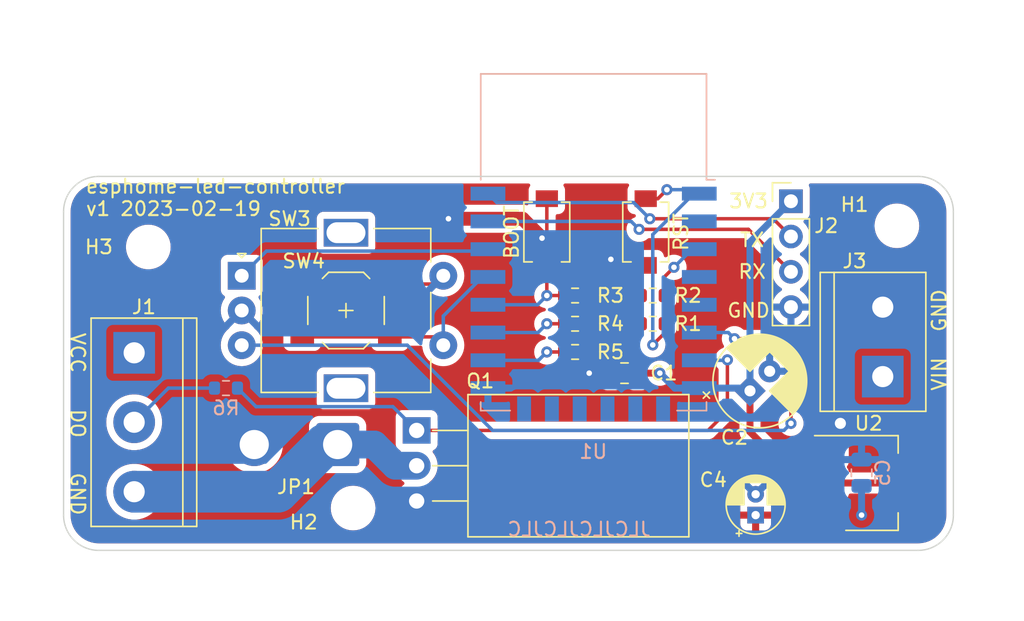
<source format=kicad_pcb>
(kicad_pcb (version 20221018) (generator pcbnew)
  (layers (0 "F.Cu" signal) (31 "B.Cu" signal) (34 "B.Paste" user) (35 "F.Paste" user) (36 "B.SilkS" user "B.Silkscreen") (37 "F.SilkS" user "F.Silkscreen") (38 "B.Mask" user) (39 "F.Mask" user) (44 "Edge.Cuts" user))
  (net 0 "")
  (net 1 "GND")
  (net 2 "+3.3V")
  (net 3 "VCC")
  (net 4 "Net-(J1-Pad2)")
  (net 5 "Net-(J1-Pad3)")
  (net 6 "/TXD")
  (net 7 "/RXD")
  (net 8 "/GPIO13")
  (net 9 "/RST")
  (net 10 "/EN")
  (net 11 "/GPIO0")
  (net 12 "/GPIO2")
  (net 13 "/GPIO15")
  (net 14 "/GPIO5")
  (net 15 "/GPIO12")
  (net 16 "/GPIO4")
  (footprint "Capacitor_SMD:C_0805_2012Metric" (layer "F.Cu") (at 163.796 108.144)
    (fp_text reference "C1" (at 2.828 0) (layer "F.SilkS"))
    (fp_text value "0.1μF")
    (fp_line (start -0.261252 -0.735) (end 0.261252 -0.735) (stroke (width 0.12)) (layer "F.SilkS"))
    (fp_line (start -0.261252 0.735) (end 0.261252 0.735) (stroke (width 0.12)) (layer "F.SilkS"))
    (pad "1" smd roundrect (at -0.95 0) (size 1 1.45) (layers "F.Cu" "F.Paste" "F.Mask") (net 1 "GND"))
    (pad "2" smd roundrect (at 0.95 0) (size 1 1.45) (layers "F.Cu" "F.Paste" "F.Mask") (net 2 "+3.3V"))
  )
  (footprint "MountingHole:MountingHole_2.2mm_M2" (layer "F.Cu") (at 144.272 117.856)
    (fp_text reference "H2" (at -3.556 1.016) (layer "F.SilkS"))
    (fp_text value "MountingHole")
    (pad "" np_thru_hole circle (at 0 0) (size 2.2 2.2) (drill 2.2) (layers "*.Cu" "*.Mask"))
  )
  (footprint "MountingHole:MountingHole_2.2mm_M2" (layer "F.Cu") (at 183.388 97.536)
    (fp_text reference "H1" (at -3.048 -1.524) (layer "F.SilkS"))
    (fp_text value "MountingHole")
    (pad "" np_thru_hole circle (at 0 0) (size 2.2 2.2) (drill 2.2) (layers "*.Cu" "*.Mask"))
  )
  (footprint "Resistor_SMD:R_0603_1608Metric" (layer "F.Cu") (at 160.24 104.588)
    (fp_text reference "R4" (at 2.54 0) (layer "F.SilkS"))
    (fp_text value "10K")
    (fp_line (start -0.237258 -0.5225) (end 0.237258 -0.5225) (stroke (width 0.12)) (layer "F.SilkS"))
    (fp_line (start -0.237258 0.5225) (end 0.237258 0.5225) (stroke (width 0.12)) (layer "F.SilkS"))
    (pad "1" smd roundrect (at -0.825 0) (size 0.8 0.95) (layers "F.Cu" "F.Paste" "F.Mask") (net 12 "/GPIO2"))
    (pad "2" smd roundrect (at 0.825 0) (size 0.8 0.95) (layers "F.Cu" "F.Paste" "F.Mask") (net 2 "+3.3V"))
  )
  (footprint "Capacitor_THT:CP_Radial_D4.0mm_P1.50mm" (layer "F.Cu") (at 173.228 118.364 90)
    (fp_text reference "C4" (at 2.54 -3.048 180) (layer "F.SilkS"))
    (fp_text value "10μF")
    (fp_line (start -1.519801 -1.195) (end -1.119801 -1.195) (stroke (width 0.12)) (layer "F.SilkS"))
    (fp_line (start -1.319801 -1.395) (end -1.319801 -0.995) (stroke (width 0.12)) (layer "F.SilkS"))
    (fp_line (start 0.75 -2.08) (end 0.75 -0.84) (stroke (width 0.12)) (layer "F.SilkS"))
    (fp_line (start 0.75 0.84) (end 0.75 2.08) (stroke (width 0.12)) (layer "F.SilkS"))
    (fp_line (start 0.79 -2.08) (end 0.79 -0.84) (stroke (width 0.12)) (layer "F.SilkS"))
    (fp_line (start 0.79 0.84) (end 0.79 2.08) (stroke (width 0.12)) (layer "F.SilkS"))
    (fp_line (start 0.83 -2.079) (end 0.83 -0.84) (stroke (width 0.12)) (layer "F.SilkS"))
    (fp_line (start 0.83 0.84) (end 0.83 2.079) (stroke (width 0.12)) (layer "F.SilkS"))
    (fp_line (start 0.87 -2.077) (end 0.87 -0.84) (stroke (width 0.12)) (layer "F.SilkS"))
    (fp_line (start 0.87 0.84) (end 0.87 2.077) (stroke (width 0.12)) (layer "F.SilkS"))
    (fp_line (start 0.91 -2.074) (end 0.91 -0.84) (stroke (width 0.12)) (layer "F.SilkS"))
    (fp_line (start 0.91 0.84) (end 0.91 2.074) (stroke (width 0.12)) (layer "F.SilkS"))
    (fp_line (start 0.95 -2.071) (end 0.95 -0.84) (stroke (width 0.12)) (layer "F.SilkS"))
    (fp_line (start 0.95 0.84) (end 0.95 2.071) (stroke (width 0.12)) (layer "F.SilkS"))
    (fp_line (start 0.99 -2.067) (end 0.99 -0.84) (stroke (width 0.12)) (layer "F.SilkS"))
    (fp_line (start 0.99 0.84) (end 0.99 2.067) (stroke (width 0.12)) (layer "F.SilkS"))
    (fp_line (start 1.03 -2.062) (end 1.03 -0.84) (stroke (width 0.12)) (layer "F.SilkS"))
    (fp_line (start 1.03 0.84) (end 1.03 2.062) (stroke (width 0.12)) (layer "F.SilkS"))
    (fp_line (start 1.07 -2.056) (end 1.07 -0.84) (stroke (width 0.12)) (layer "F.SilkS"))
    (fp_line (start 1.07 0.84) (end 1.07 2.056) (stroke (width 0.12)) (layer "F.SilkS"))
    (fp_line (start 1.11 -2.05) (end 1.11 -0.84) (stroke (width 0.12)) (layer "F.SilkS"))
    (fp_line (start 1.11 0.84) (end 1.11 2.05) (stroke (width 0.12)) (layer "F.SilkS"))
    (fp_line (start 1.15 -2.042) (end 1.15 -0.84) (stroke (width 0.12)) (layer "F.SilkS"))
    (fp_line (start 1.15 0.84) (end 1.15 2.042) (stroke (width 0.12)) (layer "F.SilkS"))
    (fp_line (start 1.19 -2.034) (end 1.19 -0.84) (stroke (width 0.12)) (layer "F.SilkS"))
    (fp_line (start 1.19 0.84) (end 1.19 2.034) (stroke (width 0.12)) (layer "F.SilkS"))
    (fp_line (start 1.23 -2.025) (end 1.23 -0.84) (stroke (width 0.12)) (layer "F.SilkS"))
    (fp_line (start 1.23 0.84) (end 1.23 2.025) (stroke (width 0.12)) (layer "F.SilkS"))
    (fp_line (start 1.27 -2.016) (end 1.27 -0.84) (stroke (width 0.12)) (layer "F.SilkS"))
    (fp_line (start 1.27 0.84) (end 1.27 2.016) (stroke (width 0.12)) (layer "F.SilkS"))
    (fp_line (start 1.31 -2.005) (end 1.31 -0.84) (stroke (width 0.12)) (layer "F.SilkS"))
    (fp_line (start 1.31 0.84) (end 1.31 2.005) (stroke (width 0.12)) (layer "F.SilkS"))
    (fp_line (start 1.35 -1.994) (end 1.35 -0.84) (stroke (width 0.12)) (layer "F.SilkS"))
    (fp_line (start 1.35 0.84) (end 1.35 1.994) (stroke (width 0.12)) (layer "F.SilkS"))
    (fp_line (start 1.39 -1.982) (end 1.39 -0.84) (stroke (width 0.12)) (layer "F.SilkS"))
    (fp_line (start 1.39 0.84) (end 1.39 1.982) (stroke (width 0.12)) (layer "F.SilkS"))
    (fp_line (start 1.43 -1.968) (end 1.43 -0.84) (stroke (width 0.12)) (layer "F.SilkS"))
    (fp_line (start 1.43 0.84) (end 1.43 1.968) (stroke (width 0.12)) (layer "F.SilkS"))
    (fp_line (start 1.471 -1.954) (end 1.471 -0.84) (stroke (width 0.12)) (layer "F.SilkS"))
    (fp_line (start 1.471 0.84) (end 1.471 1.954) (stroke (width 0.12)) (layer "F.SilkS"))
    (fp_line (start 1.511 -1.94) (end 1.511 -0.84) (stroke (width 0.12)) (layer "F.SilkS"))
    (fp_line (start 1.511 0.84) (end 1.511 1.94) (stroke (width 0.12)) (layer "F.SilkS"))
    (fp_line (start 1.551 -1.924) (end 1.551 -0.84) (stroke (width 0.12)) (layer "F.SilkS"))
    (fp_line (start 1.551 0.84) (end 1.551 1.924) (stroke (width 0.12)) (layer "F.SilkS"))
    (fp_line (start 1.591 -1.907) (end 1.591 -0.84) (stroke (width 0.12)) (layer "F.SilkS"))
    (fp_line (start 1.591 0.84) (end 1.591 1.907) (stroke (width 0.12)) (layer "F.SilkS"))
    (fp_line (start 1.631 -1.889) (end 1.631 -0.84) (stroke (width 0.12)) (layer "F.SilkS"))
    (fp_line (start 1.631 0.84) (end 1.631 1.889) (stroke (width 0.12)) (layer "F.SilkS"))
    (fp_line (start 1.671 -1.87) (end 1.671 -0.84) (stroke (width 0.12)) (layer "F.SilkS"))
    (fp_line (start 1.671 0.84) (end 1.671 1.87) (stroke (width 0.12)) (layer "F.SilkS"))
    (fp_line (start 1.711 -1.851) (end 1.711 -0.84) (stroke (width 0.12)) (layer "F.SilkS"))
    (fp_line (start 1.711 0.84) (end 1.711 1.851) (stroke (width 0.12)) (layer "F.SilkS"))
    (fp_line (start 1.751 -1.83) (end 1.751 -0.84) (stroke (width 0.12)) (layer "F.SilkS"))
    (fp_line (start 1.751 0.84) (end 1.751 1.83) (stroke (width 0.12)) (layer "F.SilkS"))
    (fp_line (start 1.791 -1.808) (end 1.791 -0.84) (stroke (width 0.12)) (layer "F.SilkS"))
    (fp_line (start 1.791 0.84) (end 1.791 1.808) (stroke (width 0.12)) (layer "F.SilkS"))
    (fp_line (start 1.831 -1.785) (end 1.831 -0.84) (stroke (width 0.12)) (layer "F.SilkS"))
    (fp_line (start 1.831 0.84) (end 1.831 1.785) (stroke (width 0.12)) (layer "F.SilkS"))
    (fp_line (start 1.871 -1.76) (end 1.871 -0.84) (stroke (width 0.12)) (layer "F.SilkS"))
    (fp_line (start 1.871 0.84) (end 1.871 1.76) (stroke (width 0.12)) (layer "F.SilkS"))
    (fp_line (start 1.911 -1.735) (end 1.911 -0.84) (stroke (width 0.12)) (layer "F.SilkS"))
    (fp_line (start 1.911 0.84) (end 1.911 1.735) (stroke (width 0.12)) (layer "F.SilkS"))
    (fp_line (start 1.951 -1.708) (end 1.951 -0.84) (stroke (width 0.12)) (layer "F.SilkS"))
    (fp_line (start 1.951 0.84) (end 1.951 1.708) (stroke (width 0.12)) (layer "F.SilkS"))
    (fp_line (start 1.991 -1.68) (end 1.991 -0.84) (stroke (width 0.12)) (layer "F.SilkS"))
    (fp_line (start 1.991 0.84) (end 1.991 1.68) (stroke (width 0.12)) (layer "F.SilkS"))
    (fp_line (start 2.031 -1.65) (end 2.031 -0.84) (stroke (width 0.12)) (layer "F.SilkS"))
    (fp_line (start 2.031 0.84) (end 2.031 1.65) (stroke (width 0.12)) (layer "F.SilkS"))
    (fp_line (start 2.071 -1.619) (end 2.071 -0.84) (stroke (width 0.12)) (layer "F.SilkS"))
    (fp_line (start 2.071 0.84) (end 2.071 1.619) (stroke (width 0.12)) (layer "F.SilkS"))
    (fp_line (start 2.111 -1.587) (end 2.111 -0.84) (stroke (width 0.12)) (layer "F.SilkS"))
    (fp_line (start 2.111 0.84) (end 2.111 1.587) (stroke (width 0.12)) (layer "F.SilkS"))
    (fp_line (start 2.151 -1.552) (end 2.151 -0.84) (stroke (width 0.12)) (layer "F.SilkS"))
    (fp_line (start 2.151 0.84) (end 2.151 1.552) (stroke (width 0.12)) (layer "F.SilkS"))
    (fp_line (start 2.191 -1.516) (end 2.191 -0.84) (stroke (width 0.12)) (layer "F.SilkS"))
    (fp_line (start 2.191 0.84) (end 2.191 1.516) (stroke (width 0.12)) (layer "F.SilkS"))
    (fp_line (start 2.231 -1.478) (end 2.231 -0.84) (stroke (width 0.12)) (layer "F.SilkS"))
    (fp_line (start 2.231 0.84) (end 2.231 1.478) (stroke (width 0.12)) (layer "F.SilkS"))
    (fp_line (start 2.271 -1.438) (end 2.271 -0.84) (stroke (width 0.12)) (layer "F.SilkS"))
    (fp_line (start 2.271 0.84) (end 2.271 1.438) (stroke (width 0.12)) (layer "F.SilkS"))
    (fp_line (start 2.311 -1.396) (end 2.311 -0.84) (stroke (width 0.12)) (layer "F.SilkS"))
    (fp_line (start 2.311 0.84) (end 2.311 1.396) (stroke (width 0.12)) (layer "F.SilkS"))
    (fp_line (start 2.351 -1.351) (end 2.351 1.351) (stroke (width 0.12)) (layer "F.SilkS"))
    (fp_line (start 2.391 -1.304) (end 2.391 1.304) (stroke (width 0.12)) (layer "F.SilkS"))
    (fp_line (start 2.431 -1.254) (end 2.431 1.254) (stroke (width 0.12)) (layer "F.SilkS"))
    (fp_line (start 2.471 -1.2) (end 2.471 1.2) (stroke (width 0.12)) (layer "F.SilkS"))
    (fp_line (start 2.511 -1.142) (end 2.511 1.142) (stroke (width 0.12)) (layer "F.SilkS"))
    (fp_line (start 2.551 -1.08) (end 2.551 1.08) (stroke (width 0.12)) (layer "F.SilkS"))
    (fp_line (start 2.591 -1.013) (end 2.591 1.013) (stroke (width 0.12)) (layer "F.SilkS"))
    (fp_line (start 2.631 -0.94) (end 2.631 0.94) (stroke (width 0.12)) (layer "F.SilkS"))
    (fp_line (start 2.671 -0.859) (end 2.671 0.859) (stroke (width 0.12)) (layer "F.SilkS"))
    (fp_line (start 2.711 -0.768) (end 2.711 0.768) (stroke (width 0.12)) (layer "F.SilkS"))
    (fp_line (start 2.751 -0.664) (end 2.751 0.664) (stroke (width 0.12)) (layer "F.SilkS"))
    (fp_line (start 2.791 -0.537) (end 2.791 0.537) (stroke (width 0.12)) (layer "F.SilkS"))
    (fp_line (start 2.831 -0.37) (end 2.831 0.37) (stroke (width 0.12)) (layer "F.SilkS"))
    (fp_circle (center 0.75 0) (end 2.87 0) (stroke (width 0.12)) (fill none) (layer "F.SilkS"))
    (pad "1" thru_hole rect (at 0 0 90) (size 1.2 1.2) (drill 0.6) (layers "*.Cu" "*.Mask") (net 3 "VCC"))
    (pad "2" thru_hole circle (at 1.5 0 90) (size 1.2 1.2) (drill 0.6) (layers "*.Cu" "*.Mask") (net 1 "GND"))
  )
  (footprint "Package_TO_SOT_THT:TO-220-3_Horizontal_TabDown" (layer "F.Cu") (at 148.844 112.268 -90)
    (fp_text reference "Q1" (at -3.556 -4.572 180) (layer "F.SilkS"))
    (fp_text value "IRLZ44N")
    (fp_line (start -2.58 -19.58) (end -2.58 -3.69) (stroke (width 0.12)) (layer "F.SilkS"))
    (fp_line (start -2.58 -19.58) (end 7.66 -19.58) (stroke (width 0.12)) (layer "F.SilkS"))
    (fp_line (start -2.58 -3.69) (end 7.66 -3.69) (stroke (width 0.12)) (layer "F.SilkS"))
    (fp_line (start 0 -3.69) (end 0 -1.15) (stroke (width 0.12)) (layer "F.SilkS"))
    (fp_line (start 2.54 -3.69) (end 2.54 -1.15) (stroke (width 0.12)) (layer "F.SilkS"))
    (fp_line (start 5.08 -3.69) (end 5.08 -1.15) (stroke (width 0.12)) (layer "F.SilkS"))
    (fp_line (start 7.66 -19.58) (end 7.66 -3.69) (stroke (width 0.12)) (layer "F.SilkS"))
    (pad "1" thru_hole rect (at 0 0 270) (size 1.905 2) (drill 1.1) (layers "*.Cu" "*.Mask") (net 8 "/GPIO13"))
    (pad "2" thru_hole oval (at 2.54 0 270) (size 1.905 2) (drill 1.1) (layers "*.Cu" "*.Mask") (net 5 "Net-(J1-Pad3)"))
    (pad "3" thru_hole oval (at 5.08 0 270) (size 1.905 2) (drill 1.1) (layers "*.Cu" "*.Mask") (net 1 "GND"))
  )
  (footprint "Resistor_SMD:R_0603_1608Metric" (layer "F.Cu") (at 160.24 102.556)
    (fp_text reference "R3" (at 2.54 0) (layer "F.SilkS"))
    (fp_text value "10K")
    (fp_line (start -0.237258 -0.5225) (end 0.237258 -0.5225) (stroke (width 0.12)) (layer "F.SilkS"))
    (fp_line (start -0.237258 0.5225) (end 0.237258 0.5225) (stroke (width 0.12)) (layer "F.SilkS"))
    (pad "1" smd roundrect (at -0.825 0) (size 0.8 0.95) (layers "F.Cu" "F.Paste" "F.Mask") (net 11 "/GPIO0"))
    (pad "2" smd roundrect (at 0.825 0) (size 0.8 0.95) (layers "F.Cu" "F.Paste" "F.Mask") (net 2 "+3.3V"))
  )
  (footprint "MountingHole:MountingHole_2.2mm_M2" (layer "F.Cu") (at 129.54 99.06)
    (fp_text reference "H3" (at -3.556 0) (layer "F.SilkS"))
    (fp_text value "MountingHole")
    (pad "" np_thru_hole circle (at 0 0) (size 2.2 2.2) (drill 2.2) (layers "*.Cu" "*.Mask"))
  )
  (footprint "Rotary_Encoder:RotaryEncoder_Alps_EC11E-Switch_Vertical_H20mm" (layer "F.Cu") (at 136.26 101.132)
    (fp_text reference "SW3" (at 3.44 -4.104) (layer "F.SilkS"))
    (fp_text value "RotaryEncoder_Switch")
    (fp_line (start -0.3 -1.6) (end 0.3 -1.6) (stroke (width 0.12)) (layer "F.SilkS"))
    (fp_line (start 0 -1.3) (end -0.3 -1.6) (stroke (width 0.12)) (layer "F.SilkS"))
    (fp_line (start 0.3 -1.6) (end 0 -1.3) (stroke (width 0.12)) (layer "F.SilkS"))
    (fp_line (start 1.4 -3.4) (end 1.4 8.4) (stroke (width 0.12)) (layer "F.SilkS"))
    (fp_line (start 5.5 -3.4) (end 1.4 -3.4) (stroke (width 0.12)) (layer "F.SilkS"))
    (fp_line (start 5.5 8.4) (end 1.4 8.4) (stroke (width 0.12)) (layer "F.SilkS"))
    (fp_line (start 7 2.5) (end 8 2.5) (stroke (width 0.12)) (layer "F.SilkS"))
    (fp_line (start 7.5 2) (end 7.5 3) (stroke (width 0.12)) (layer "F.SilkS"))
    (fp_line (start 9.5 -3.4) (end 13.6 -3.4) (stroke (width 0.12)) (layer "F.SilkS"))
    (fp_line (start 13.6 -3.4) (end 13.6 -1) (stroke (width 0.12)) (layer "F.SilkS"))
    (fp_line (start 13.6 1.2) (end 13.6 3.8) (stroke (width 0.12)) (layer "F.SilkS"))
    (fp_line (start 13.6 6) (end 13.6 8.4) (stroke (width 0.12)) (layer "F.SilkS"))
    (fp_line (start 13.6 8.4) (end 9.5 8.4) (stroke (width 0.12)) (layer "F.SilkS"))
    (pad "A" thru_hole rect (at 0 0) (size 2 2) (drill 1) (layers "*.Cu" "*.Mask") (net 14 "/GPIO5"))
    (pad "B" thru_hole circle (at 0 5) (size 2 2) (drill 1) (layers "*.Cu" "*.Mask") (net 15 "/GPIO12"))
    (pad "C" thru_hole circle (at 0 2.5) (size 2 2) (drill 1) (layers "*.Cu" "*.Mask") (net 1 "GND"))
    (pad "MP" thru_hole rect (at 7.5 -3.1) (size 3.2 2) (drill oval 2.8 1.5) (layers "*.Cu" "*.Mask"))
    (pad "MP" thru_hole rect (at 7.5 8.1) (size 3.2 2) (drill oval 2.8 1.5) (layers "*.Cu" "*.Mask"))
    (pad "S1" thru_hole circle (at 14.5 5) (size 2 2) (drill 1) (layers "*.Cu" "*.Mask") (net 16 "/GPIO4"))
    (pad "S2" thru_hole circle (at 14.5 0) (size 2 2) (drill 1) (layers "*.Cu" "*.Mask") (net 1 "GND"))
  )
  (footprint "!Custom:SW_PTS820" (layer "F.Cu") (at 158.208 97.984 -90)
    (fp_text reference "SW1")
    (fp_text value "BOOT" (at 0 2.54 90) (layer "F.SilkS"))
    (fp_line (start -2.15 -1.65) (end -2.15 -1.05) (stroke (width 0.12)) (layer "F.SilkS"))
    (fp_line (start -2.15 1.05) (end -2.15 1.65) (stroke (width 0.12)) (layer "F.SilkS"))
    (fp_line (start -2.15 1.65) (end 2.15 1.65) (stroke (width 0.12)) (layer "F.SilkS"))
    (fp_line (start 2.15 -1.65) (end -2.15 -1.65) (stroke (width 0.12)) (layer "F.SilkS"))
    (fp_line (start 2.15 -1.05) (end 2.15 -1.65) (stroke (width 0.12)) (layer "F.SilkS"))
    (fp_line (start 2.15 1.65) (end 2.15 1.05) (stroke (width 0.12)) (layer "F.SilkS"))
    (pad "1" smd rect (at -2.4 0 270) (size 1.2 1.6) (layers "F.Cu" "F.Paste" "F.Mask") (net 1 "GND"))
    (pad "2" smd rect (at 2.4 0 270) (size 1.2 1.6) (layers "F.Cu" "F.Paste" "F.Mask") (net 11 "/GPIO0"))
  )
  (footprint "Resistor_SMD:R_0603_1608Metric" (layer "F.Cu") (at 165.828 102.556 180)
    (fp_text reference "R2" (at -2.54 0) (layer "F.SilkS"))
    (fp_text value "10K")
    (fp_line (start -0.237258 -0.5225) (end 0.237258 -0.5225) (stroke (width 0.12)) (layer "F.SilkS"))
    (fp_line (start -0.237258 0.5225) (end 0.237258 0.5225) (stroke (width 0.12)) (layer "F.SilkS"))
    (pad "1" smd roundrect (at -0.825 0 180) (size 0.8 0.95) (layers "F.Cu" "F.Paste" "F.Mask") (net 10 "/EN"))
    (pad "2" smd roundrect (at 0.825 0 180) (size 0.8 0.95) (layers "F.Cu" "F.Paste" "F.Mask") (net 2 "+3.3V"))
  )
  (footprint "Connector_PinHeader_2.54mm:PinHeader_1x04_P2.54mm_Vertical" (layer "F.Cu") (at 175.768 95.768)
    (fp_text reference "J2" (at 2.54 1.768) (layer "F.SilkS"))
    (fp_text value "UART")
    (fp_line (start -1.33 -1.33) (end 0 -1.33) (stroke (width 0.12)) (layer "F.SilkS"))
    (fp_line (start -1.33 0) (end -1.33 -1.33) (stroke (width 0.12)) (layer "F.SilkS"))
    (fp_line (start -1.33 1.27) (end -1.33 8.95) (stroke (width 0.12)) (layer "F.SilkS"))
    (fp_line (start -1.33 1.27) (end 1.33 1.27) (stroke (width 0.12)) (layer "F.SilkS"))
    (fp_line (start -1.33 8.95) (end 1.33 8.95) (stroke (width 0.12)) (layer "F.SilkS"))
    (fp_line (start 1.33 1.27) (end 1.33 8.95) (stroke (width 0.12)) (layer "F.SilkS"))
    (pad "1" thru_hole rect (at 0 0) (size 1.7 1.7) (drill 1) (layers "*.Cu" "*.Mask") (net 2 "+3.3V"))
    (pad "2" thru_hole oval (at 0 2.54) (size 1.7 1.7) (drill 1) (layers "*.Cu" "*.Mask") (net 6 "/TXD"))
    (pad "3" thru_hole oval (at 0 5.08) (size 1.7 1.7) (drill 1) (layers "*.Cu" "*.Mask") (net 7 "/RXD"))
    (pad "4" thru_hole oval (at 0 7.62) (size 1.7 1.7) (drill 1) (layers "*.Cu" "*.Mask") (net 1 "GND"))
  )
  (footprint "Resistor_SMD:R_0603_1608Metric" (layer "F.Cu") (at 165.828 104.588 180)
    (fp_text reference "R1" (at -2.54 0) (layer "F.SilkS"))
    (fp_text value "10K")
    (fp_line (start -0.237258 -0.5225) (end 0.237258 -0.5225) (stroke (width 0.12)) (layer "F.SilkS"))
    (fp_line (start -0.237258 0.5225) (end 0.237258 0.5225) (stroke (width 0.12)) (layer "F.SilkS"))
    (pad "1" smd roundrect (at -0.825 0 180) (size 0.8 0.95) (layers "F.Cu" "F.Paste" "F.Mask") (net 9 "/RST"))
    (pad "2" smd roundrect (at 0.825 0 180) (size 0.8 0.95) (layers "F.Cu" "F.Paste" "F.Mask") (net 2 "+3.3V"))
  )
  (footprint "!Custom:TerminalBlock_KF301-3P-5mm" (layer "F.Cu") (at 128.524 106.68 -90)
    (fp_text reference "J1" (at -3.302 -0.7 180) (layer "F.SilkS"))
    (fp_text value "Conn_01x03")
    (fp_line (start -2.5 -4.5) (end -2.5 3.1) (stroke (width 0.12)) (layer "F.SilkS"))
    (fp_line (start -2.5 -4.5) (end 12.5 -4.5) (stroke (width 0.12)) (layer "F.SilkS"))
    (fp_line (start -2.5 -3.5) (end 12.4 -3.5) (stroke (width 0.12)) (layer "F.SilkS"))
    (fp_line (start -2.5 3.1) (end 12.5 3.1) (stroke (width 0.12)) (layer "F.SilkS"))
    (fp_line (start 12.5 -4.5) (end 12.5 3.1) (stroke (width 0.12)) (layer "F.SilkS"))
    (pad "1" thru_hole rect (at 0 0 270) (size 3 3) (drill 1.52) (layers "*.Cu" "*.Mask") (net 3 "VCC"))
    (pad "2" thru_hole circle (at 5 0 270) (size 3 3) (drill 1.52) (layers "*.Cu" "*.Mask") (net 4 "Net-(J1-Pad2)"))
    (pad "3" thru_hole circle (at 10 0 270) (size 3 3) (drill 1.52) (layers "*.Cu" "*.Mask") (net 5 "Net-(J1-Pad3)"))
  )
  (footprint "!Custom:CP_Radial_D6.5mm_P2.00mm" (layer "F.Cu") (at 172.821325 109.419107 45)
    (fp_text reference "C2" (at -3.16375 1.583614) (layer "F.SilkS"))
    (fp_text value "470μF")
    (fp_line (start -2.75 -2) (end -2.12 -2) (stroke (width 0.12)) (layer "F.SilkS"))
    (fp_line (start -2.435 -2.315) (end -2.435 -1.685) (stroke (width 0.12)) (layer "F.SilkS"))
    (fp_arc (start 1 3.37) (mid -2.37 0) (end 1 -3.37) (stroke (width 0.12)) (layer "F.SilkS"))
    (fp_poly (pts (xy 1 1) (xy 3 1) (xy 3 -1) (xy 1 -1) (arc (start 1 -3.37) (mid 4.37 0) (end 1 3.37))) (stroke (width 0.12)) (fill solid) (layer "F.SilkS"))
    (pad "1" thru_hole rect (at 0 0 45) (size 1.6 1.6) (drill 0.8) (layers "*.Cu" "*.Mask") (net 2 "+3.3V"))
    (pad "2" thru_hole circle (at 2 0 45) (size 1.6 1.6) (drill 0.8) (layers "*.Cu" "*.Mask") (net 1 "GND"))
  )
  (footprint "!Custom:TerminalBlock_KF301-2P-5mm" (layer "F.Cu") (at 182.372 108.392 90)
    (fp_text reference "J3" (at 8.316 -2.032 180) (layer "F.SilkS"))
    (fp_text value "PWR")
    (fp_line (start -2.5 -4.5) (end -2.5 3.1) (stroke (width 0.12)) (layer "F.SilkS"))
    (fp_line (start -2.5 -4.5) (end 7.5 -4.5) (stroke (width 0.12)) (layer "F.SilkS"))
    (fp_line (start -2.5 -3.5) (end 7.5 -3.5) (stroke (width 0.12)) (layer "F.SilkS"))
    (fp_line (start -2.5 3.1) (end 7.5 3.1) (stroke (width 0.12)) (layer "F.SilkS"))
    (fp_line (start 7.5 -4.5) (end 7.5 3.1) (stroke (width 0.12)) (layer "F.SilkS"))
    (pad "1" thru_hole rect (at 0 0 90) (size 3 3) (drill 1.52) (layers "*.Cu" "*.Mask") (net 3 "VCC"))
    (pad "2" thru_hole circle (at 5 0 90) (size 3 3) (drill 1.52) (layers "*.Cu" "*.Mask") (net 1 "GND"))
  )
  (footprint "!Custom:SW_PTS820" (layer "F.Cu") (at 165.32 97.984 90)
    (fp_text reference "SW2")
    (fp_text value "RST" (at 0 2.54 270) (layer "F.SilkS"))
    (fp_line (start -2.15 -1.65) (end -2.15 -1.05) (stroke (width 0.12)) (layer "F.SilkS"))
    (fp_line (start -2.15 1.05) (end -2.15 1.65) (stroke (width 0.12)) (layer "F.SilkS"))
    (fp_line (start -2.15 1.65) (end 2.15 1.65) (stroke (width 0.12)) (layer "F.SilkS"))
    (fp_line (start 2.15 -1.65) (end -2.15 -1.65) (stroke (width 0.12)) (layer "F.SilkS"))
    (fp_line (start 2.15 -1.05) (end 2.15 -1.65) (stroke (width 0.12)) (layer "F.SilkS"))
    (fp_line (start 2.15 1.65) (end 2.15 1.05) (stroke (width 0.12)) (layer "F.SilkS"))
    (pad "1" smd rect (at -2.4 0 90) (size 1.2 1.6) (layers "F.Cu" "F.Paste" "F.Mask") (net 1 "GND"))
    (pad "2" smd rect (at 2.4 0 90) (size 1.2 1.6) (layers "F.Cu" "F.Paste" "F.Mask") (net 9 "/RST"))
  )
  (footprint "Resistor_SMD:R_0603_1608Metric" (layer "F.Cu") (at 160.24 106.62 180)
    (fp_text reference "R5" (at -2.54 0) (layer "F.SilkS"))
    (fp_text value "10K")
    (fp_line (start -0.237258 -0.5225) (end 0.237258 -0.5225) (stroke (width 0.12)) (layer "F.SilkS"))
    (fp_line (start -0.237258 0.5225) (end 0.237258 0.5225) (stroke (width 0.12)) (layer "F.SilkS"))
    (pad "1" smd roundrect (at -0.825 0 180) (size 0.8 0.95) (layers "F.Cu" "F.Paste" "F.Mask") (net 1 "GND"))
    (pad "2" smd roundrect (at 0.825 0 180) (size 0.8 0.95) (layers "F.Cu" "F.Paste" "F.Mask") (net 13 "/GPIO15"))
  )
  (footprint "Button_Switch_SMD:SW_SPST_TL3342" (layer "F.Cu") (at 143.764 103.632 180)
    (fp_text reference "SW4" (at 3.048 3.556) (layer "F.SilkS"))
    (fp_text value "ON/OFF")
    (fp_line (start -2.75 -1) (end -2.75 1) (stroke (width 0.12)) (layer "F.SilkS"))
    (fp_line (start -1.7 -2.3) (end -1.25 -2.75) (stroke (width 0.12)) (layer "F.SilkS"))
    (fp_line (start -1.7 2.3) (end -1.25 2.75) (stroke (width 0.12)) (layer "F.SilkS"))
    (fp_line (start -1.25 -2.75) (end 1.25 -2.75) (stroke (width 0.12)) (layer "F.SilkS"))
    (fp_line (start -1.25 2.75) (end 1.25 2.75) (stroke (width 0.12)) (layer "F.SilkS"))
    (fp_line (start 1.7 -2.3) (end 1.25 -2.75) (stroke (width 0.12)) (layer "F.SilkS"))
    (fp_line (start 1.7 2.3) (end 1.25 2.75) (stroke (width 0.12)) (layer "F.SilkS"))
    (fp_line (start 2.75 -1) (end 2.75 1) (stroke (width 0.12)) (layer "F.SilkS"))
    (pad "1" smd rect (at -3.15 -1.9 180) (size 1.7 1) (layers "F.Cu" "F.Paste" "F.Mask") (net 16 "/GPIO4"))
    (pad "1" smd rect (at 3.15 -1.9 180) (size 1.7 1) (layers "F.Cu" "F.Paste" "F.Mask") (net 16 "/GPIO4"))
    (pad "2" smd rect (at -3.15 1.9 180) (size 1.7 1) (layers "F.Cu" "F.Paste" "F.Mask") (net 1 "GND"))
    (pad "2" smd rect (at 3.15 1.9 180) (size 1.7 1) (layers "F.Cu" "F.Paste" "F.Mask") (net 1 "GND"))
  )
  (footprint "Connector_Wire:SolderWire-1.5sqmm_1x02_P6mm_D1.7mm_OD3mm" (layer "F.Cu") (at 143.16 113.284 180)
    (fp_text reference "JP1" (at 3 -3.048) (layer "F.SilkS"))
    (fp_text value "Jumper_2_Open")
    (pad "1" thru_hole roundrect (at 0 0 180) (size 3.1 3.1) (drill 2.1) (layers "*.Cu" "*.Mask") (roundrect_rratio 0.08064483871) (net 5 "Net-(J1-Pad3)"))
    (pad "2" thru_hole circle (at 6 0 180) (size 3.1 3.1) (drill 2.1) (layers "*.Cu" "*.Mask") (net 1 "GND"))
  )
  (footprint "Package_TO_SOT_SMD:SOT-223-3_TabPin2" (layer "F.Cu") (at 181.57 116.052)
    (fp_text reference "U2" (at -0.214 -4.292) (layer "F.SilkS"))
    (fp_text value "AMS1117-3.3")
    (fp_line (start -4.1 -3.41) (end 1.91 -3.41) (stroke (width 0.12)) (layer "F.SilkS"))
    (fp_line (start -1.85 3.41) (end 1.91 3.41) (stroke (width 0.12)) (layer "F.SilkS"))
    (fp_line (start 1.91 -3.41) (end 1.91 -2.15) (stroke (width 0.12)) (layer "F.SilkS"))
    (fp_line (start 1.91 3.41) (end 1.91 2.15) (stroke (width 0.12)) (layer "F.SilkS"))
    (pad "1" smd rect (at -3.15 -2.3) (size 2 1.5) (layers "F.Cu" "F.Paste" "F.Mask") (net 1 "GND"))
    (pad "2" smd rect (at -3.15 0) (size 2 1.5) (layers "F.Cu" "F.Paste" "F.Mask") (net 2 "+3.3V"))
    (pad "2" smd rect (at 3.15 0) (size 2 3.8) (layers "F.Cu" "F.Paste" "F.Mask") (net 2 "+3.3V"))
    (pad "3" smd rect (at -3.15 2.3) (size 2 1.5) (layers "F.Cu" "F.Paste" "F.Mask") (net 3 "VCC"))
  )
  (footprint "Capacitor_SMD:C_0805_2012Metric" (layer "B.Cu") (at 180.848 115.316 -90)
    (fp_text reference "C5" (at 0 -1.524 90) (layer "B.SilkS") (effects (justify mirror)))
    (fp_text value "0.1μF")
    (fp_line (start -0.261252 -0.735) (end 0.261252 -0.735) (stroke (width 0.12)) (layer "B.SilkS"))
    (fp_line (start -0.261252 0.735) (end 0.261252 0.735) (stroke (width 0.12)) (layer "B.SilkS"))
    (pad "1" smd roundrect (at -0.95 0 270) (size 1 1.45) (layers "B.Cu" "B.Paste" "B.Mask") (net 1 "GND"))
    (pad "2" smd roundrect (at 0.95 0 270) (size 1 1.45) (layers "B.Cu" "B.Paste" "B.Mask") (net 3 "VCC"))
  )
  (footprint "RF_Module:ESP-12E" (layer "B.Cu") (at 161.572 98.72 180)
    (fp_text reference "U1" (at 0.028 -15.072) (layer "B.SilkS") (effects (justify mirror)))
    (fp_text value "ESP-12F")
    (fp_line (start -8.12 -12.12) (end -8.12 -11.5) (stroke (width 0.12)) (layer "B.SilkS"))
    (fp_line (start -8.12 4.5) (end -8.73 4.5) (stroke (width 0.12)) (layer "B.SilkS"))
    (fp_line (start -8.12 4.5) (end -8.12 12.12) (stroke (width 0.12)) (layer "B.SilkS"))
    (fp_line (start -8.12 12.12) (end 8.12 12.12) (stroke (width 0.12)) (layer "B.SilkS"))
    (fp_line (start -6 -12.12) (end -8.12 -12.12) (stroke (width 0.12)) (layer "B.SilkS"))
    (fp_line (start 8.12 -12.12) (end 6 -12.12) (stroke (width 0.12)) (layer "B.SilkS"))
    (fp_line (start 8.12 -11.5) (end 8.12 -12.12) (stroke (width 0.12)) (layer "B.SilkS"))
    (fp_line (start 8.12 12.12) (end 8.12 4.5) (stroke (width 0.12)) (layer "B.SilkS"))
    (pad "1" smd rect (at -7.6 3.5 180) (size 2.5 1) (layers "B.Cu" "B.Paste" "B.Mask") (net 9 "/RST"))
    (pad "2" smd rect (at -7.6 1.5 180) (size 2.5 1) (layers "B.Cu" "B.Paste" "B.Mask"))
    (pad "3" smd rect (at -7.6 -0.5 180) (size 2.5 1) (layers "B.Cu" "B.Paste" "B.Mask") (net 10 "/EN"))
    (pad "4" smd rect (at -7.6 -2.5 180) (size 2.5 1) (layers "B.Cu" "B.Paste" "B.Mask"))
    (pad "5" smd rect (at -7.6 -4.5 180) (size 2.5 1) (layers "B.Cu" "B.Paste" "B.Mask"))
    (pad "6" smd rect (at -7.6 -6.5 180) (size 2.5 1) (layers "B.Cu" "B.Paste" "B.Mask") (net 15 "/GPIO12"))
    (pad "7" smd rect (at -7.6 -8.5 180) (size 2.5 1) (layers "B.Cu" "B.Paste" "B.Mask") (net 8 "/GPIO13"))
    (pad "8" smd rect (at -7.6 -10.5 180) (size 2.5 1) (layers "B.Cu" "B.Paste" "B.Mask") (net 2 "+3.3V"))
    (pad "9" smd rect (at -5 -12 180) (size 1 1.8) (layers "B.Cu" "B.Paste" "B.Mask"))
    (pad "10" smd rect (at -3 -12 180) (size 1 1.8) (layers "B.Cu" "B.Paste" "B.Mask"))
    (pad "11" smd rect (at -1 -12 180) (size 1 1.8) (layers "B.Cu" "B.Paste" "B.Mask"))
    (pad "12" smd rect (at 1 -12 180) (size 1 1.8) (layers "B.Cu" "B.Paste" "B.Mask"))
    (pad "13" smd rect (at 3 -12 180) (size 1 1.8) (layers "B.Cu" "B.Paste" "B.Mask"))
    (pad "14" smd rect (at 5 -12 180) (size 1 1.8) (layers "B.Cu" "B.Paste" "B.Mask"))
    (pad "15" smd rect (at 7.6 -10.5 180) (size 2.5 1) (layers "B.Cu" "B.Paste" "B.Mask") (net 1 "GND"))
    (pad "16" smd rect (at 7.6 -8.5 180) (size 2.5 1) (layers "B.Cu" "B.Paste" "B.Mask") (net 13 "/GPIO15"))
    (pad "17" smd rect (at 7.6 -6.5 180) (size 2.5 1) (layers "B.Cu" "B.Paste" "B.Mask") (net 12 "/GPIO2"))
    (pad "18" smd rect (at 7.6 -4.5 180) (size 2.5 1) (layers "B.Cu" "B.Paste" "B.Mask") (net 11 "/GPIO0"))
    (pad "19" smd rect (at 7.6 -2.5 180) (size 2.5 1) (layers "B.Cu" "B.Paste" "B.Mask") (net 16 "/GPIO4"))
    (pad "20" smd rect (at 7.6 -0.5 180) (size 2.5 1) (layers "B.Cu" "B.Paste" "B.Mask") (net 14 "/GPIO5"))
    (pad "21" smd rect (at 7.6 1.5 180) (size 2.5 1) (layers "B.Cu" "B.Paste" "B.Mask") (net 7 "/RXD"))
    (pad "22" smd rect (at 7.6 3.5 180) (size 2.5 1) (layers "B.Cu" "B.Paste" "B.Mask") (net 6 "/TXD"))
    (zone (net 0) (net_name "") (layers "*.Cu") (connect_pads (clearance 0)) (min_thickness 0.254)
      (keepout (tracks not_allowed) (vias not_allowed) (pads not_allowed) (copperpour not_allowed) (footprints not_allowed))
      (fill (thermal_gap 0.508) (thermal_bridge_width 0.508))
      (polygon (pts (xy 169.692 93.92) (xy 153.452 93.92) (xy 153.452 86.6) (xy 169.692 86.6)))
    )
  )
  (footprint "Resistor_SMD:R_0603_1608Metric" (layer "B.Cu") (at 135.128 109.22)
    (fp_text reference "R6" (at 0 1.43) (layer "B.SilkS") (effects (justify mirror)))
    (fp_text value "62")
    (fp_line (start -0.237258 -0.5225) (end 0.237258 -0.5225) (stroke (width 0.12)) (layer "B.SilkS"))
    (fp_line (start -0.237258 0.5225) (end 0.237258 0.5225) (stroke (width 0.12)) (layer "B.SilkS"))
    (pad "1" smd roundrect (at -0.825 0) (size 0.8 0.95) (layers "B.Cu" "B.Paste" "B.Mask") (net 4 "Net-(J1-Pad2)"))
    (pad "2" smd roundrect (at 0.825 0) (size 0.8 0.95) (layers "B.Cu" "B.Paste" "B.Mask") (net 8 "/GPIO13"))
  )
  (gr_line (start 184.912 93.98) (end 125.984 93.98) (stroke (width 0.1)) (layer "Edge.Cuts"))
  (gr_arc (start 184.912 93.98) (mid 186.708051 94.723949) (end 187.452 96.52) (stroke (width 0.1)) (layer "Edge.Cuts"))
  (gr_line (start 125.984 120.904) (end 184.912 120.904) (stroke (width 0.1)) (layer "Edge.Cuts"))
  (gr_arc (start 125.984 120.904) (mid 124.187949 120.160051) (end 123.444 118.364) (stroke (width 0.1)) (layer "Edge.Cuts"))
  (gr_line (start 187.452 118.364) (end 187.452 96.52) (stroke (width 0.1)) (layer "Edge.Cuts"))
  (gr_arc (start 187.452 118.364) (mid 186.708051 120.160051) (end 184.912 120.904) (stroke (width 0.1)) (layer "Edge.Cuts"))
  (gr_arc (start 123.444 96.52) (mid 124.187949 94.723949) (end 125.984 93.98) (stroke (width 0.1)) (layer "Edge.Cuts"))
  (gr_line (start 123.444 96.52) (end 123.444 118.364) (stroke (width 0.1)) (layer "Edge.Cuts"))
  (gr_text "JLCJLCJLCJLC" (at 160.528 119.38) (layer "B.SilkS") (effects (font (size 1 1)) (justify mirror)))
  (gr_text "GND" (at 124.46 116.84 270) (layer "F.SilkS") (effects (font (size 1 1))))
  (gr_text "DO" (at 124.46 111.76 270) (layer "F.SilkS") (effects (font (size 1 1))))
  (gr_text "RX" (at 172.974 100.838) (layer "F.SilkS") (effects (font (size 1 1))))
  (gr_text "VIN" (at 186.436 108.204 90) (layer "F.SilkS") (effects (font (size 1 1))))
  (gr_text "VCC" (at 124.46 106.68 270) (layer "F.SilkS") (effects (font (size 1 1))))
  (gr_text "TX" (at 172.974 98.552) (layer "F.SilkS") (effects (font (size 1 1))))
  (gr_text "GND" (at 172.72 103.632) (layer "F.SilkS") (effects (font (size 1 1))))
  (gr_text "3V3" (at 172.72 95.758) (layer "F.SilkS") (effects (font (size 1 1))))
  (gr_text "GND" (at 186.436 103.632 90) (layer "F.SilkS") (effects (font (size 1 1))))
  (gr_text "esphome-led-controller\nv1 2023-02-19" (at 124.968 95.504) (layer "F.SilkS") (effects (font (size 1 1)) (justify left)))
  (segment (start 150.16 101.732) (end 150.76 101.132) (width 0.25) (layer "F.Cu") (net 1))
  (segment (start 158.208 98.078) (end 157.861 98.425) (width 0.25) (layer "F.Cu") (net 1))
  (segment (start 140.614 101.732) (end 146.914 101.732) (width 0.25) (layer "F.Cu") (net 1))
  (segment (start 151.13 97.028) (end 156.464 97.028) (width 1) (layer "F.Cu") (net 1))
  (segment (start 178.42 112.664) (end 179.324 111.76) (width 1) (layer "F.Cu") (net 1))
  (segment (start 146.914 101.732) (end 150.16 101.732) (width 0.25) (layer "F.Cu") (net 1))
  (segment (start 161.256 108.144) (end 161.256 106.811) (width 0.25) (layer "F.Cu") (net 1))
  (segment (start 178.42 112.664) (end 178.42 113.752) (width 1) (layer "F.Cu") (net 1))
  (segment (start 162.846 108.144) (end 161.256 108.144) (width 0.5) (layer "F.Cu") (net 1))
  (segment (start 161.256 106.811) (end 161.065 106.62) (width 0.25) (layer "F.Cu") (net 1))
  (segment (start 165.32 100.384) (end 163.249 100.384) (width 0.25) (layer "F.Cu") (net 1))
  (segment (start 163.249 100.384) (end 162.814 99.949) (width 0.25) (layer "F.Cu") (net 1))
  (segment (start 158.208 95.584) (end 158.208 98.078) (width 0.25) (layer "F.Cu") (net 1))
  (segment (start 156.464 97.028) (end 157.861 98.425) (width 1) (layer "F.Cu") (net 1))
  (via (at 162.814 99.949) (size 0.8) (drill 0.4) (layers "F.Cu" "B.Cu") (net 1))
  (via (at 151.13 97.028) (size 0.8) (drill 0.4) (layers "F.Cu" "B.Cu") (net 1))
  (via (at 157.861 98.425) (size 0.8) (drill 0.4) (layers "F.Cu" "B.Cu") (net 1))
  (via (at 161.256 108.144) (size 0.8) (drill 0.4) (layers "F.Cu" "B.Cu") (net 1))
  (via (at 179.324 111.76) (size 1.6) (drill 0.8) (layers "F.Cu" "B.Cu") (net 1))
  (segment (start 165.003 102.556) (end 165.003 104.588) (width 0.25) (layer "F.Cu") (net 2))
  (segment (start 161.065 104.588) (end 161.992 104.588) (width 0.25) (layer "F.Cu") (net 2))
  (segment (start 172.821325 112.369325) (end 172.821325 109.419107) (width 0.5) (layer "F.Cu") (net 2))
  (segment (start 178.42 116.052) (end 184.72 116.052) (width 0.5) (layer "F.Cu") (net 2))
  (segment (start 165.003 104.588) (end 165.003 104.745) (width 0.25) (layer "F.Cu") (net 2))
  (segment (start 165.003 104.745) (end 163.576 106.172) (width 0.25) (layer "F.Cu") (net 2))
  (segment (start 161.992 104.588) (end 163.576 106.172) (width 0.25) (layer "F.Cu") (net 2))
  (segment (start 164.746 108.144) (end 166.336 108.144) (width 0.5) (layer "F.Cu") (net 2))
  (segment (start 164.746 107.342) (end 164.746 108.144) (width 0.25) (layer "F.Cu") (net 2))
  (segment (start 178.42 116.052) (end 176.504 116.052) (width 0.5) (layer "F.Cu") (net 2))
  (segment (start 163.576 106.172) (end 164.746 107.342) (width 0.25) (layer "F.Cu") (net 2))
  (segment (start 161.065 104.588) (end 161.065 102.556) (width 0.25) (layer "F.Cu") (net 2))
  (segment (start 176.504 116.052) (end 172.821325 112.369325) (width 0.5) (layer "F.Cu") (net 2))
  (via (at 166.336 108.144) (size 0.8) (drill 0.4) (layers "F.Cu" "B.Cu") (net 2))
  (segment (start 172.622218 109.22) (end 172.821325 109.419107) (width 0.5) (layer "B.Cu") (net 2))
  (segment (start 172.821325 109.419107) (end 172.821325 98.714675) (width 0.5) (layer "B.Cu") (net 2))
  (segment (start 167.412 109.22) (end 169.172 109.22) (width 0.5) (layer "B.Cu") (net 2))
  (segment (start 172.821325 98.714675) (end 175.768 95.768) (width 0.5) (layer "B.Cu") (net 2))
  (segment (start 169.172 109.22) (end 172.622218 109.22) (width 0.5) (layer "B.Cu") (net 2))
  (segment (start 166.336 108.144) (end 167.412 109.22) (width 0.5) (layer "B.Cu") (net 2))
  (segment (start 173.228 118.364) (end 178.408 118.364) (width 0.5) (layer "F.Cu") (net 3))
  (segment (start 178.408 118.364) (end 178.42 118.352) (width 0.25) (layer "F.Cu") (net 3))
  (via (at 180.848 118.364) (size 0.8) (drill 0.4) (layers "F.Cu" "B.Cu") (net 3))
  (segment (start 180.848 118.364) (end 180.848 116.266) (width 0.5) (layer "B.Cu") (net 3))
  (segment (start 130.984 109.22) (end 128.524 111.68) (width 0.25) (layer "B.Cu") (net 4))
  (segment (start 134.303 109.22) (end 130.984 109.22) (width 0.25) (layer "B.Cu") (net 4))
  (segment (start 145.796 113.284) (end 143.16 113.284) (width 2) (layer "B.Cu") (net 5))
  (segment (start 147.32 114.808) (end 145.796 113.284) (width 2) (layer "B.Cu") (net 5))
  (segment (start 128.524 116.68) (end 138.844 116.68) (width 3) (layer "B.Cu") (net 5))
  (segment (start 138.844 116.68) (end 142.24 113.284) (width 3) (layer "B.Cu") (net 5))
  (segment (start 148.844 114.808) (end 147.32 114.808) (width 2) (layer "B.Cu") (net 5))
  (segment (start 142.24 113.284) (end 143.16 113.284) (width 3) (layer "B.Cu") (net 5))
  (segment (start 165.616 97.028) (end 174.488 97.028) (width 0.25) (layer "F.Cu") (net 6))
  (segment (start 174.488 97.028) (end 175.768 98.308) (width 0.25) (layer "F.Cu") (net 6))
  (via (at 165.616 97.028) (size 0.8) (drill 0.4) (layers "F.Cu" "B.Cu") (net 6))
  (segment (start 164.447802 95.859802) (end 165.616 97.028) (width 0.25) (layer "B.Cu") (net 6))
  (segment (start 154.611802 95.859802) (end 164.447802 95.859802) (width 0.25) (layer "B.Cu") (net 6))
  (segment (start 153.972 95.22) (end 154.611802 95.859802) (width 0.25) (layer "B.Cu") (net 6))
  (segment (start 164.846 97.79) (end 172.71 97.79) (width 0.25) (layer "F.Cu") (net 7))
  (segment (start 172.71 97.79) (end 175.768 100.848) (width 0.25) (layer "F.Cu") (net 7))
  (via (at 164.846 97.79) (size 0.8) (drill 0.4) (layers "F.Cu" "B.Cu") (net 7))
  (segment (start 164.276 97.22) (end 153.972 97.22) (width 0.25) (layer "B.Cu") (net 7))
  (segment (start 164.846 97.79) (end 164.276 97.22) (width 0.25) (layer "B.Cu") (net 7))
  (segment (start 171.196 110.876408) (end 169.804408 112.268) (width 0.25) (layer "F.Cu") (net 8))
  (segment (start 171.196 107.188) (end 171.196 110.876408) (width 0.25) (layer "F.Cu") (net 8))
  (segment (start 169.804408 112.268) (end 148.844 112.268) (width 0.25) (layer "F.Cu") (net 8))
  (via (at 171.196 107.188) (size 0.8) (drill 0.4) (layers "F.Cu" "B.Cu") (net 8))
  (segment (start 147.133 110.557) (end 137.29 110.557) (width 0.25) (layer "B.Cu") (net 8))
  (segment (start 171.164 107.22) (end 171.196 107.188) (width 0.25) (layer "B.Cu") (net 8))
  (segment (start 169.172 107.22) (end 171.164 107.22) (width 0.25) (layer "B.Cu") (net 8))
  (segment (start 137.29 110.557) (end 135.953 109.22) (width 0.25) (layer "B.Cu") (net 8))
  (segment (start 148.844 112.268) (end 147.133 110.557) (width 0.25) (layer "B.Cu") (net 8))
  (segment (start 166.653 105.287) (end 165.828 106.112) (width 0.25) (layer "F.Cu") (net 9))
  (segment (start 166.196 95.584) (end 166.844 94.936) (width 0.25) (layer "F.Cu") (net 9))
  (segment (start 165.32 95.584) (end 166.196 95.584) (width 0.25) (layer "F.Cu") (net 9))
  (segment (start 166.653 104.588) (end 166.653 105.287) (width 0.25) (layer "F.Cu") (net 9))
  (via (at 165.828 106.112) (size 0.8) (drill 0.4) (layers "F.Cu" "B.Cu") (net 9))
  (via (at 166.844 94.936) (size 0.8) (drill 0.4) (layers "F.Cu" "B.Cu") (net 9))
  (segment (start 168.888 94.936) (end 169.172 95.22) (width 0.25) (layer "B.Cu") (net 9))
  (segment (start 168.772 95.22) (end 169.172 95.22) (width 0.25) (layer "B.Cu") (net 9))
  (segment (start 166.844 94.936) (end 168.888 94.936) (width 0.25) (layer "B.Cu") (net 9))
  (segment (start 165.828 98.164) (end 168.772 95.22) (width 0.25) (layer "B.Cu") (net 9))
  (segment (start 165.828 106.112) (end 165.828 98.164) (width 0.25) (layer "B.Cu") (net 9))
  (segment (start 166.653 101.223) (end 167.352 100.524) (width 0.25) (layer "F.Cu") (net 10))
  (segment (start 166.653 102.556) (end 166.653 101.223) (width 0.25) (layer "F.Cu") (net 10))
  (via (at 167.352 100.524) (size 0.8) (drill 0.4) (layers "F.Cu" "B.Cu") (net 10))
  (segment (start 168.656 99.22) (end 169.172 99.22) (width 0.25) (layer "B.Cu") (net 10))
  (segment (start 167.352 100.524) (end 168.656 99.22) (width 0.25) (layer "B.Cu") (net 10))
  (segment (start 158.208 102.556) (end 159.415 102.556) (width 0.25) (layer "F.Cu") (net 11))
  (segment (start 158.208 100.384) (end 158.208 102.556) (width 0.25) (layer "F.Cu") (net 11))
  (via (at 158.208 102.556) (size 0.8) (drill 0.4) (layers "F.Cu" "B.Cu") (net 11))
  (segment (start 158.208 102.556) (end 157.544 103.22) (width 0.25) (layer "B.Cu") (net 11))
  (segment (start 157.544 103.22) (end 153.972 103.22) (width 0.25) (layer "B.Cu") (net 11))
  (segment (start 159.415 104.588) (end 158.208 104.588) (width 0.25) (layer "F.Cu") (net 12))
  (via (at 158.208 104.588) (size 0.8) (drill 0.4) (layers "F.Cu" "B.Cu") (net 12))
  (segment (start 157.576 105.22) (end 153.972 105.22) (width 0.25) (layer "B.Cu") (net 12))
  (segment (start 158.208 104.588) (end 157.576 105.22) (width 0.25) (layer "B.Cu") (net 12))
  (segment (start 159.415 106.62) (end 158.208 106.62) (width 0.25) (layer "F.Cu") (net 13))
  (via (at 158.208 106.62) (size 0.8) (drill 0.4) (layers "F.Cu" "B.Cu") (net 13))
  (segment (start 157.608 107.22) (end 153.972 107.22) (width 0.25) (layer "B.Cu") (net 13))
  (segment (start 158.208 106.62) (end 157.608 107.22) (width 0.25) (layer "B.Cu") (net 13))
  (segment (start 138.035 99.357) (end 136.26 101.132) (width 0.25) (layer "B.Cu") (net 14))
  (segment (start 153.972 99.22) (end 153.835 99.357) (width 0.25) (layer "B.Cu") (net 14))
  (segment (start 153.835 99.357) (end 138.035 99.357) (width 0.25) (layer "B.Cu") (net 14))
  (segment (start 171.704 105.664) (end 173.685624 105.664) (width 0.25) (layer "F.Cu") (net 15))
  (segment (start 173.685624 105.664) (end 175.768 107.746376) (width 0.25) (layer "F.Cu") (net 15))
  (segment (start 175.768 107.746376) (end 175.768 111.76) (width 0.25) (layer "F.Cu") (net 15))
  (via (at 175.768 111.76) (size 0.8) (drill 0.4) (layers "F.Cu" "B.Cu") (net 15))
  (via (at 171.704 105.664) (size 0.8) (drill 0.4) (layers "F.Cu" "B.Cu") (net 15))
  (segment (start 175.26 112.268) (end 154.305 112.268) (width 0.25) (layer "B.Cu") (net 15))
  (segment (start 175.768 111.76) (end 175.26 112.268) (width 0.25) (layer "B.Cu") (net 15))
  (segment (start 154.305 112.268) (end 148.169 106.132) (width 0.25) (layer "B.Cu") (net 15))
  (segment (start 148.169 106.132) (end 136.26 106.132) (width 0.25) (layer "B.Cu") (net 15))
  (segment (start 169.172 105.22) (end 171.26 105.22) (width 0.25) (layer "B.Cu") (net 15))
  (segment (start 171.26 105.22) (end 171.704 105.664) (width 0.25) (layer "B.Cu") (net 15))
  (segment (start 140.614 105.532) (end 146.914 105.532) (width 0.25) (layer "F.Cu") (net 16))
  (segment (start 150.16 105.532) (end 150.76 106.132) (width 0.25) (layer "F.Cu") (net 16))
  (segment (start 146.914 105.532) (end 150.16 105.532) (width 0.25) (layer "F.Cu") (net 16))
  (segment (start 150.76 106.132) (end 150.76 104.032) (width 0.25) (layer "B.Cu") (net 16))
  (segment (start 150.76 104.032) (end 153.572 101.22) (width 0.25) (layer "B.Cu") (net 16))
  (segment (start 153.572 101.22) (end 153.972 101.22) (width 0.25) (layer "B.Cu") (net 16))
  (zone (net 3) (net_name "VCC") (layer "F.Cu") (connect_pads (clearance 0.508)) (min_thickness 0.254) (fill yes (thermal_gap 0.508) (thermal_bridge_width 0.508))
    (polygon (pts (xy 192.532 125.984) (xy 118.872 125.984) (xy 118.872 81.28) (xy 192.532 81.28)))
  )
  (zone (net 1) (net_name "GND") (layer "B.Cu") (connect_pads (clearance 0.508)) (min_thickness 0.254) (fill yes (thermal_gap 0.508) (thermal_bridge_width 0.508))
    (polygon (pts (xy 192.532 81.28) (xy 192.532 125.984) (xy 118.872 125.984) (xy 118.872 81.28)))
  )
)
</source>
